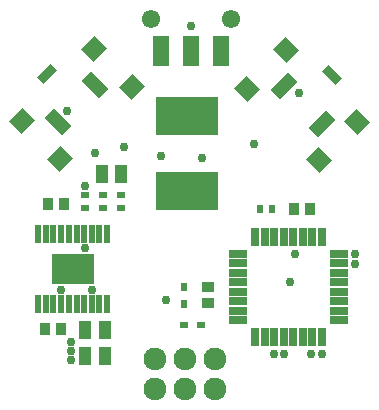
<source format=gbs>
%FSTAX23Y23*%
%MOIN*%
%SFA1B1*%

%IPPOS*%
%AMD69*
4,1,4,-0.044500,0.012500,0.012500,-0.044500,0.044500,-0.012500,-0.012500,0.044500,-0.044500,0.012500,0.0*
%
%AMD70*
4,1,4,-0.002800,-0.043100,0.043100,0.002800,0.002800,0.043100,-0.043100,-0.002800,-0.002800,-0.043100,0.0*
%
%AMD71*
4,1,4,-0.012500,-0.033300,0.033300,0.012500,0.012500,0.033300,-0.033300,-0.012500,-0.012500,-0.033300,0.0*
%
%AMD72*
4,1,4,0.012500,0.044500,-0.044500,-0.012500,-0.012500,-0.044500,0.044500,0.012500,0.012500,0.044500,0.0*
%
%AMD73*
4,1,4,-0.043100,0.002800,0.002800,-0.043100,0.043100,-0.002800,-0.002800,0.043100,-0.043100,0.002800,0.0*
%
%AMD74*
4,1,4,-0.033300,0.012500,0.012500,-0.033300,0.033300,-0.012500,-0.012500,0.033300,-0.033300,0.012500,0.0*
%
%ADD33C,0.061020*%
%ADD34C,0.029910*%
%ADD35C,0.075910*%
%ADD59R,0.042910X0.035430*%
%ADD60R,0.031100X0.022440*%
%ADD61R,0.022440X0.031100*%
%ADD62R,0.024610X0.025590*%
%ADD63R,0.035430X0.042910*%
%ADD64R,0.064960X0.029530*%
%ADD65R,0.029530X0.064960*%
%ADD66R,0.138980X0.100390*%
%ADD67R,0.023620X0.063980*%
%ADD68R,0.053150X0.104330*%
G04~CAMADD=69~9~0.0~0.0~807.1~452.8~0.0~0.0~0~0.0~0.0~0.0~0.0~0~0.0~0.0~0.0~0.0~0~0.0~0.0~0.0~135.0~890.0~889.0*
%ADD69D69*%
G04~CAMADD=70~9~0.0~0.0~649.6~570.9~0.0~0.0~0~0.0~0.0~0.0~0.0~0~0.0~0.0~0.0~0.0~0~0.0~0.0~0.0~225.0~862.0~861.0*
%ADD70D70*%
G04~CAMADD=71~9~0.0~0.0~649.6~295.3~0.0~0.0~0~0.0~0.0~0.0~0.0~0~0.0~0.0~0.0~0.0~0~0.0~0.0~0.0~225.0~666.0~665.0*
%ADD71D71*%
G04~CAMADD=72~9~0.0~0.0~807.1~452.8~0.0~0.0~0~0.0~0.0~0.0~0.0~0~0.0~0.0~0.0~0.0~0~0.0~0.0~0.0~45.0~890.0~889.0*
%ADD72D72*%
G04~CAMADD=73~9~0.0~0.0~649.6~570.9~0.0~0.0~0~0.0~0.0~0.0~0.0~0~0.0~0.0~0.0~0.0~0~0.0~0.0~0.0~135.0~862.0~861.0*
%ADD73D73*%
G04~CAMADD=74~9~0.0~0.0~649.6~295.3~0.0~0.0~0~0.0~0.0~0.0~0.0~0~0.0~0.0~0.0~0.0~0~0.0~0.0~0.0~135.0~666.0~665.0*
%ADD74D74*%
%ADD75R,0.205910X0.125910*%
%ADD76R,0.044100X0.063780*%
%ADD77R,0.025590X0.024610*%
%LNpcb1-1*%
%LPD*%
G54D33*
X02966Y03328D03*
X03233D03*
G54D34*
X0277Y02425D03*
X0278Y0288D03*
X031Y03305D03*
X0346Y0308D03*
X02685Y0302D03*
X02745Y02565D03*
X02665Y02425D03*
X03645Y02545D03*
Y0251D03*
X027Y0225D03*
Y0222D03*
Y0219D03*
X03445Y02545D03*
X03135Y02865D03*
X03015Y0239D03*
X02745Y0277D03*
X0343Y0245D03*
X03Y0287D03*
X0331Y0291D03*
X02875Y029D03*
X03535Y0221D03*
X03375D03*
X035D03*
X0341D03*
G54D35*
X0298Y02095D03*
X0318D03*
X0308D03*
X0298Y02195D03*
X0318D03*
X0308D03*
G54D59*
X03155Y02435D03*
Y0238D03*
G54D60*
X03075Y02307D03*
X03134D03*
G54D61*
X03075Y02377D03*
Y02436D03*
G54D62*
X03329Y02695D03*
X0337D03*
G54D63*
X03442Y02695D03*
X03497D03*
X02667Y02295D03*
X02612D03*
X02677Y0271D03*
X02622D03*
G54D64*
X03592Y02545D03*
Y02513D03*
Y02482D03*
Y0245D03*
Y02419D03*
Y02387D03*
Y02356D03*
Y02324D03*
X03257D03*
Y02356D03*
Y02387D03*
Y02419D03*
Y0245D03*
Y02482D03*
Y02513D03*
Y02545D03*
G54D65*
X03535Y02267D03*
X03503D03*
X03472D03*
X0344D03*
X03409D03*
X03377D03*
X03346D03*
X03314D03*
Y02602D03*
X03346D03*
X03377D03*
X03409D03*
X0344D03*
X03472D03*
X03503D03*
X03535D03*
G54D66*
X02705Y02495D03*
G54D67*
X0282Y0261D03*
X02794D03*
X02769D03*
X02743D03*
X02718D03*
X02692D03*
X02666D03*
X02641D03*
X02615D03*
X0259D03*
Y02379D03*
X02615D03*
X02641D03*
X02666D03*
X02692D03*
X02718D03*
X02743D03*
X02769D03*
X02794D03*
X0282D03*
G54D68*
X03001Y0322D03*
X031D03*
X03198D03*
G54D69*
X02656Y02983D03*
X02781Y03108D03*
G54D70*
X02536Y02989D03*
X02664Y02861D03*
X02903Y031D03*
X02775Y03228D03*
G54D71*
X0262Y03145D03*
G54D72*
X03409Y03105D03*
X03535Y02979D03*
G54D73*
X03415Y03224D03*
X03287Y03096D03*
X03526Y02857D03*
X03654Y02985D03*
G54D74*
X03571Y03141D03*
G54D75*
X03086Y03005D03*
X03087Y02755D03*
G54D76*
X02812Y02205D03*
X02747D03*
X02812Y0229D03*
X02747D03*
X02867Y0281D03*
X02802D03*
G54D77*
X02865Y0274D03*
Y02699D03*
X02805Y0274D03*
Y02699D03*
X02745Y0274D03*
Y02699D03*
M02*
</source>
